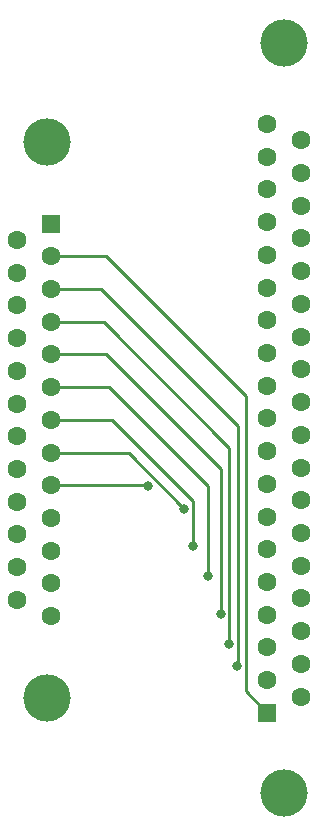
<source format=gbr>
%TF.GenerationSoftware,KiCad,Pcbnew,5.1.9-73d0e3b20d~88~ubuntu18.04.1*%
%TF.CreationDate,2021-09-13T22:15:05-04:00*%
%TF.ProjectId,adapter,61646170-7465-4722-9e6b-696361645f70,rev?*%
%TF.SameCoordinates,Original*%
%TF.FileFunction,Copper,L1,Top*%
%TF.FilePolarity,Positive*%
%FSLAX46Y46*%
G04 Gerber Fmt 4.6, Leading zero omitted, Abs format (unit mm)*
G04 Created by KiCad (PCBNEW 5.1.9-73d0e3b20d~88~ubuntu18.04.1) date 2021-09-13 22:15:05*
%MOMM*%
%LPD*%
G01*
G04 APERTURE LIST*
%TA.AperFunction,ComponentPad*%
%ADD10C,4.000000*%
%TD*%
%TA.AperFunction,ComponentPad*%
%ADD11C,1.600000*%
%TD*%
%TA.AperFunction,ComponentPad*%
%ADD12R,1.600000X1.600000*%
%TD*%
%TA.AperFunction,ViaPad*%
%ADD13C,0.800000*%
%TD*%
%TA.AperFunction,Conductor*%
%ADD14C,0.250000*%
%TD*%
G04 APERTURE END LIST*
D10*
%TO.P,J2,0*%
%TO.N,N/C*%
X111825000Y-59675000D03*
X111825000Y-123175000D03*
D11*
%TO.P,J2,37*%
%TO.N,Net-(J1-Pad25)*%
X113245000Y-67880000D03*
%TO.P,J2,36*%
%TO.N,Net-(J2-Pad36)*%
X113245000Y-70650000D03*
%TO.P,J2,35*%
%TO.N,Net-(J2-Pad35)*%
X113245000Y-73420000D03*
%TO.P,J2,34*%
%TO.N,Net-(J2-Pad34)*%
X113245000Y-76190000D03*
%TO.P,J2,33*%
%TO.N,Net-(J2-Pad33)*%
X113245000Y-78960000D03*
%TO.P,J2,32*%
%TO.N,Net-(J2-Pad32)*%
X113245000Y-81730000D03*
%TO.P,J2,31*%
%TO.N,Net-(J2-Pad31)*%
X113245000Y-84500000D03*
%TO.P,J2,30*%
%TO.N,Net-(J2-Pad30)*%
X113245000Y-87270000D03*
%TO.P,J2,29*%
%TO.N,Net-(J2-Pad29)*%
X113245000Y-90040000D03*
%TO.P,J2,28*%
%TO.N,Net-(J2-Pad28)*%
X113245000Y-92810000D03*
%TO.P,J2,27*%
%TO.N,Net-(J2-Pad27)*%
X113245000Y-95580000D03*
%TO.P,J2,26*%
%TO.N,Net-(J2-Pad26)*%
X113245000Y-98350000D03*
%TO.P,J2,25*%
%TO.N,Net-(J2-Pad25)*%
X113245000Y-101120000D03*
%TO.P,J2,24*%
%TO.N,Net-(J2-Pad24)*%
X113245000Y-103890000D03*
%TO.P,J2,23*%
%TO.N,Net-(J2-Pad23)*%
X113245000Y-106660000D03*
%TO.P,J2,22*%
%TO.N,Net-(J2-Pad22)*%
X113245000Y-109430000D03*
%TO.P,J2,21*%
%TO.N,Net-(J2-Pad21)*%
X113245000Y-112200000D03*
%TO.P,J2,20*%
%TO.N,Net-(J2-Pad20)*%
X113245000Y-114970000D03*
%TO.P,J2,19*%
%TO.N,Net-(J2-Pad19)*%
X110405000Y-66495000D03*
%TO.P,J2,18*%
%TO.N,Net-(J2-Pad18)*%
X110405000Y-69265000D03*
%TO.P,J2,17*%
%TO.N,Net-(J2-Pad17)*%
X110405000Y-72035000D03*
%TO.P,J2,16*%
%TO.N,Net-(J2-Pad16)*%
X110405000Y-74805000D03*
%TO.P,J2,15*%
%TO.N,Net-(J2-Pad15)*%
X110405000Y-77575000D03*
%TO.P,J2,14*%
%TO.N,Net-(J2-Pad14)*%
X110405000Y-80345000D03*
%TO.P,J2,13*%
%TO.N,Net-(J2-Pad13)*%
X110405000Y-83115000D03*
%TO.P,J2,12*%
%TO.N,Net-(J2-Pad12)*%
X110405000Y-85885000D03*
%TO.P,J2,11*%
%TO.N,Net-(J2-Pad11)*%
X110405000Y-88655000D03*
%TO.P,J2,10*%
%TO.N,Net-(J2-Pad10)*%
X110405000Y-91425000D03*
%TO.P,J2,9*%
%TO.N,Net-(J2-Pad9)*%
X110405000Y-94195000D03*
%TO.P,J2,8*%
%TO.N,Net-(J1-Pad9)*%
X110405000Y-96965000D03*
%TO.P,J2,7*%
%TO.N,Net-(J1-Pad8)*%
X110405000Y-99735000D03*
%TO.P,J2,6*%
%TO.N,Net-(J1-Pad7)*%
X110405000Y-102505000D03*
%TO.P,J2,5*%
%TO.N,Net-(J1-Pad6)*%
X110405000Y-105275000D03*
%TO.P,J2,4*%
%TO.N,Net-(J1-Pad5)*%
X110405000Y-108045000D03*
%TO.P,J2,3*%
%TO.N,Net-(J1-Pad4)*%
X110405000Y-110815000D03*
%TO.P,J2,2*%
%TO.N,Net-(J1-Pad3)*%
X110405000Y-113585000D03*
D12*
%TO.P,J2,1*%
%TO.N,Net-(J1-Pad2)*%
X110405000Y-116355000D03*
%TD*%
D10*
%TO.P,J1,0*%
%TO.N,Net-(J1-Pad0)*%
X91775000Y-115100000D03*
X91775000Y-68000000D03*
D11*
%TO.P,J1,25*%
%TO.N,Net-(J1-Pad25)*%
X89235000Y-106785000D03*
%TO.P,J1,24*%
%TO.N,Net-(J1-Pad24)*%
X89235000Y-104015000D03*
%TO.P,J1,23*%
%TO.N,Net-(J1-Pad23)*%
X89235000Y-101245000D03*
%TO.P,J1,22*%
%TO.N,Net-(J1-Pad22)*%
X89235000Y-98475000D03*
%TO.P,J1,21*%
%TO.N,Net-(J1-Pad21)*%
X89235000Y-95705000D03*
%TO.P,J1,20*%
%TO.N,Net-(J1-Pad20)*%
X89235000Y-92935000D03*
%TO.P,J1,19*%
%TO.N,Net-(J1-Pad19)*%
X89235000Y-90165000D03*
%TO.P,J1,18*%
%TO.N,Net-(J1-Pad18)*%
X89235000Y-87395000D03*
%TO.P,J1,17*%
%TO.N,Net-(J1-Pad17)*%
X89235000Y-84625000D03*
%TO.P,J1,16*%
%TO.N,Net-(J1-Pad16)*%
X89235000Y-81855000D03*
%TO.P,J1,15*%
%TO.N,Net-(J1-Pad15)*%
X89235000Y-79085000D03*
%TO.P,J1,14*%
%TO.N,Net-(J1-Pad14)*%
X89235000Y-76315000D03*
%TO.P,J1,13*%
%TO.N,Net-(J1-Pad13)*%
X92075000Y-108170000D03*
%TO.P,J1,12*%
%TO.N,Net-(J1-Pad12)*%
X92075000Y-105400000D03*
%TO.P,J1,11*%
%TO.N,Net-(J1-Pad11)*%
X92075000Y-102630000D03*
%TO.P,J1,10*%
%TO.N,Net-(J1-Pad10)*%
X92075000Y-99860000D03*
%TO.P,J1,9*%
%TO.N,Net-(J1-Pad9)*%
X92075000Y-97090000D03*
%TO.P,J1,8*%
%TO.N,Net-(J1-Pad8)*%
X92075000Y-94320000D03*
%TO.P,J1,7*%
%TO.N,Net-(J1-Pad7)*%
X92075000Y-91550000D03*
%TO.P,J1,6*%
%TO.N,Net-(J1-Pad6)*%
X92075000Y-88780000D03*
%TO.P,J1,5*%
%TO.N,Net-(J1-Pad5)*%
X92075000Y-86010000D03*
%TO.P,J1,4*%
%TO.N,Net-(J1-Pad4)*%
X92075000Y-83240000D03*
%TO.P,J1,3*%
%TO.N,Net-(J1-Pad3)*%
X92075000Y-80470000D03*
%TO.P,J1,2*%
%TO.N,Net-(J1-Pad2)*%
X92075000Y-77700000D03*
D12*
%TO.P,J1,1*%
%TO.N,Net-(J1-Pad1)*%
X92075000Y-74930000D03*
%TD*%
D13*
%TO.N,Net-(J1-Pad9)*%
X100330000Y-97155000D03*
%TO.N,Net-(J1-Pad8)*%
X103415000Y-99060000D03*
%TO.N,Net-(J1-Pad7)*%
X104140000Y-102235000D03*
%TO.N,Net-(J1-Pad6)*%
X105410000Y-104775000D03*
%TO.N,Net-(J1-Pad5)*%
X106500000Y-107950000D03*
%TO.N,Net-(J1-Pad4)*%
X107225000Y-110490000D03*
%TO.N,Net-(J1-Pad3)*%
X107860000Y-112395000D03*
%TD*%
D14*
%TO.N,Net-(J1-Pad9)*%
X100265000Y-97090000D02*
X100330000Y-97155000D01*
X92075000Y-97090000D02*
X100265000Y-97090000D01*
%TO.N,Net-(J1-Pad8)*%
X98675000Y-94320000D02*
X103415000Y-99060000D01*
X92075000Y-94320000D02*
X98675000Y-94320000D01*
%TO.N,Net-(J1-Pad7)*%
X92075000Y-91550000D02*
X97265000Y-91550000D01*
X97265000Y-91550000D02*
X104140000Y-98425000D01*
X104140000Y-98425000D02*
X104140000Y-102235000D01*
%TO.N,Net-(J1-Pad6)*%
X92075000Y-88780000D02*
X97035000Y-88780000D01*
X105410000Y-97155000D02*
X105410000Y-104775000D01*
X97035000Y-88780000D02*
X105410000Y-97155000D01*
%TO.N,Net-(J1-Pad5)*%
X92075000Y-86010000D02*
X96805000Y-86010000D01*
X106500000Y-95705000D02*
X106500000Y-107950000D01*
X96805000Y-86010000D02*
X106500000Y-95705000D01*
%TO.N,Net-(J1-Pad4)*%
X96575000Y-83240000D02*
X95940000Y-83240000D01*
X95940000Y-83240000D02*
X92075000Y-83240000D01*
X107225000Y-93890000D02*
X96575000Y-83240000D01*
X107225000Y-110490000D02*
X107225000Y-93890000D01*
%TO.N,Net-(J1-Pad3)*%
X92075000Y-80470000D02*
X96345000Y-80470000D01*
X96345000Y-80470000D02*
X107950000Y-92075000D01*
X107950000Y-112305000D02*
X107860000Y-112395000D01*
X107950000Y-92075000D02*
X107950000Y-112305000D01*
%TO.N,Net-(J1-Pad2)*%
X92075000Y-77700000D02*
X96750000Y-77700000D01*
X96750000Y-77700000D02*
X108585000Y-89535000D01*
X108585000Y-114535000D02*
X110405000Y-116355000D01*
X108585000Y-89535000D02*
X108585000Y-114535000D01*
%TD*%
M02*

</source>
